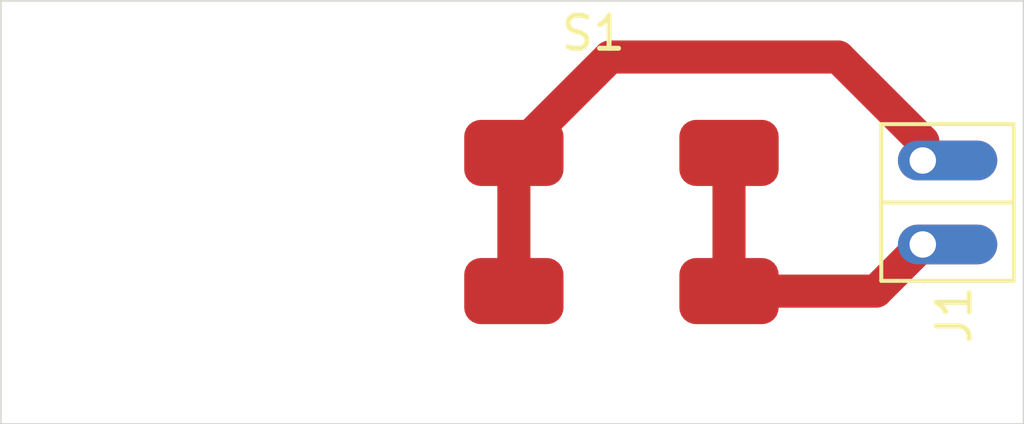
<source format=kicad_pcb>
(kicad_pcb (version 20211014) (generator pcbnew)
  (layers (0 "F.Cu" signal) (31 "B.Cu" signal) (34 "B.Paste" user) (35 "F.Paste" user) (36 "B.SilkS" user "B.Silkscreen") (37 "F.SilkS" user "F.Silkscreen") (38 "B.Mask" user) (39 "F.Mask" user) (44 "Edge.Cuts" user))
  (net 0 "")
  (footprint "CheshBits:SIP-2L" (layer "F.Cu") (at 148.1 57.6 90)
    (fp_text reference "J1" (at -3.4 0.2 90) (layer "F.SilkS"))
    (fp_text value "SIP-2L")
    (fp_line (start 2.37 2) (end -2.37 2) (layer "F.SilkS") (width 0.12))
    (fp_line (start 0 -2) (end 0 2) (layer "F.SilkS") (width 0.12))
    (fp_line (start -2.37 2) (end -2.37 -2) (layer "F.SilkS") (width 0.12))
    (fp_line (start 2.37 -2) (end 2.37 2) (layer "F.SilkS") (width 0.12))
    (fp_line (start -2.37 -2) (end 2.37 -2) (layer "F.SilkS") (width 0.12))
    (pad "1" thru_hole oval (at -1.27 -0.746136 90) (size 1.2 3) (drill 0.8 (offset 0 0.75)) (layers *.Cu *.Mask))
    (pad "2" thru_hole oval (at 1.27 -0.746136 90) (size 1.2 3) (drill 0.8 (offset 0 0.75)) (layers *.Cu *.Mask))
  )
  (footprint "CheshBits:MicroTactile" (layer "F.Cu") (at 137.4 52.98)
    (fp_text reference "S1" (at 0 -0.5 unlocked) (layer "F.SilkS"))
    (fp_text value "MicroTactile")
    (pad "1" smd roundrect (at -2.4 3.12) (size 3 2) (layers "F.Cu" "F.Paste" "F.Mask"))
    (pad "2" smd roundrect (at -2.4 7.3) (size 3 2) (layers "F.Cu" "F.Paste" "F.Mask"))
    (pad "3" smd roundrect (at 4.1 3.12) (size 3 2) (layers "F.Cu" "F.Paste" "F.Mask"))
    (pad "4" smd roundrect (at 4.1 7.3) (size 3 2) (layers "F.Cu" "F.Paste" "F.Mask"))
  )
  (gr_rect (start 119.5 51.5) (end 150.4 64.3) (layer "Edge.Cuts") (width 0.05) (fill none))
  (segment (start 141.5 56.1) (end 141.5 60.28) (width 1) (layer "F.Cu") (net 0))
  (segment (start 141.5 60.28) (end 145.943864 60.28) (width 1) (layer "F.Cu") (net 0))
  (segment (start 145.943864 60.28) (end 147.353864 58.87) (width 1) (layer "F.Cu") (net 0))
  (segment (start 137.9 53.2) (end 144.8 53.2) (width 1) (layer "F.Cu") (net 0))
  (segment (start 144.8 53.2) (end 147.353864 55.753864) (width 1) (layer "F.Cu") (net 0))
  (segment (start 147.353864 55.753864) (end 147.353864 56.33) (width 1) (layer "F.Cu") (net 0))
  (segment (start 135 56.1) (end 137.9 53.2) (width 1) (layer "F.Cu") (net 0))
  (segment (start 135 56.1) (end 135 60.28) (width 1) (layer "F.Cu") (net 0))
)
</source>
